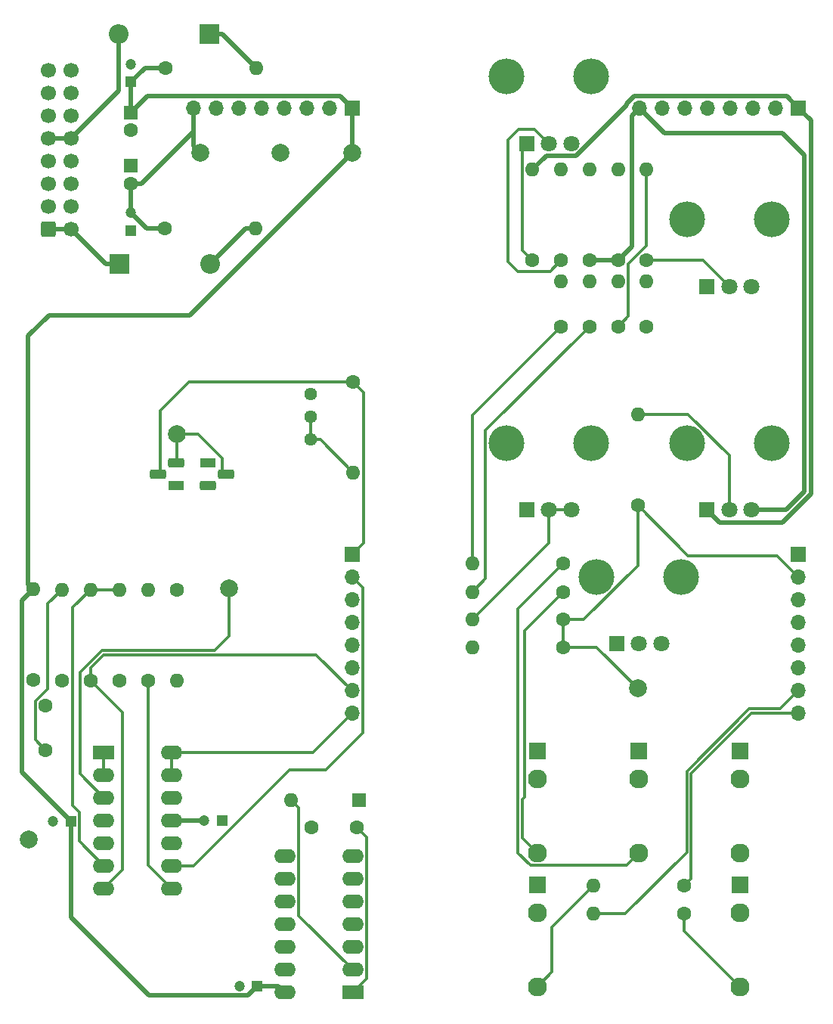
<source format=gtl>
G04 #@! TF.GenerationSoftware,KiCad,Pcbnew,7.0.10*
G04 #@! TF.CreationDate,2024-04-20T15:40:05+02:00*
G04 #@! TF.ProjectId,vixen,76697865-6e2e-46b6-9963-61645f706362,rev?*
G04 #@! TF.SameCoordinates,Original*
G04 #@! TF.FileFunction,Copper,L1,Top*
G04 #@! TF.FilePolarity,Positive*
%FSLAX46Y46*%
G04 Gerber Fmt 4.6, Leading zero omitted, Abs format (unit mm)*
G04 Created by KiCad (PCBNEW 7.0.10) date 2024-04-20 15:40:05*
%MOMM*%
%LPD*%
G01*
G04 APERTURE LIST*
G04 Aperture macros list*
%AMRoundRect*
0 Rectangle with rounded corners*
0 $1 Rounding radius*
0 $2 $3 $4 $5 $6 $7 $8 $9 X,Y pos of 4 corners*
0 Add a 4 corners polygon primitive as box body*
4,1,4,$2,$3,$4,$5,$6,$7,$8,$9,$2,$3,0*
0 Add four circle primitives for the rounded corners*
1,1,$1+$1,$2,$3*
1,1,$1+$1,$4,$5*
1,1,$1+$1,$6,$7*
1,1,$1+$1,$8,$9*
0 Add four rect primitives between the rounded corners*
20,1,$1+$1,$2,$3,$4,$5,0*
20,1,$1+$1,$4,$5,$6,$7,0*
20,1,$1+$1,$6,$7,$8,$9,0*
20,1,$1+$1,$8,$9,$2,$3,0*%
G04 Aperture macros list end*
G04 #@! TA.AperFunction,ComponentPad*
%ADD10C,2.000000*%
G04 #@! TD*
G04 #@! TA.AperFunction,ComponentPad*
%ADD11O,1.700000X1.700000*%
G04 #@! TD*
G04 #@! TA.AperFunction,ComponentPad*
%ADD12R,1.700000X1.700000*%
G04 #@! TD*
G04 #@! TA.AperFunction,ComponentPad*
%ADD13O,2.200000X2.200000*%
G04 #@! TD*
G04 #@! TA.AperFunction,ComponentPad*
%ADD14R,2.200000X2.200000*%
G04 #@! TD*
G04 #@! TA.AperFunction,ComponentPad*
%ADD15O,1.600000X1.600000*%
G04 #@! TD*
G04 #@! TA.AperFunction,ComponentPad*
%ADD16C,1.600000*%
G04 #@! TD*
G04 #@! TA.AperFunction,ComponentPad*
%ADD17RoundRect,0.275000X0.625000X-0.275000X0.625000X0.275000X-0.625000X0.275000X-0.625000X-0.275000X0*%
G04 #@! TD*
G04 #@! TA.AperFunction,ComponentPad*
%ADD18R,1.800000X1.100000*%
G04 #@! TD*
G04 #@! TA.AperFunction,ComponentPad*
%ADD19C,1.800000*%
G04 #@! TD*
G04 #@! TA.AperFunction,ComponentPad*
%ADD20R,1.800000X1.800000*%
G04 #@! TD*
G04 #@! TA.AperFunction,ComponentPad*
%ADD21O,4.000000X4.000000*%
G04 #@! TD*
G04 #@! TA.AperFunction,ComponentPad*
%ADD22C,2.130000*%
G04 #@! TD*
G04 #@! TA.AperFunction,ComponentPad*
%ADD23R,1.930000X1.830000*%
G04 #@! TD*
G04 #@! TA.AperFunction,ComponentPad*
%ADD24RoundRect,0.275000X-0.625000X0.275000X-0.625000X-0.275000X0.625000X-0.275000X0.625000X0.275000X0*%
G04 #@! TD*
G04 #@! TA.AperFunction,ComponentPad*
%ADD25O,2.400000X1.600000*%
G04 #@! TD*
G04 #@! TA.AperFunction,ComponentPad*
%ADD26R,2.400000X1.600000*%
G04 #@! TD*
G04 #@! TA.AperFunction,ComponentPad*
%ADD27R,1.600000X1.600000*%
G04 #@! TD*
G04 #@! TA.AperFunction,ComponentPad*
%ADD28C,1.440000*%
G04 #@! TD*
G04 #@! TA.AperFunction,ComponentPad*
%ADD29C,1.700000*%
G04 #@! TD*
G04 #@! TA.AperFunction,ComponentPad*
%ADD30RoundRect,0.250000X-0.600000X-0.600000X0.600000X-0.600000X0.600000X0.600000X-0.600000X0.600000X0*%
G04 #@! TD*
G04 #@! TA.AperFunction,ComponentPad*
%ADD31C,1.200000*%
G04 #@! TD*
G04 #@! TA.AperFunction,ComponentPad*
%ADD32R,1.200000X1.200000*%
G04 #@! TD*
G04 #@! TA.AperFunction,Conductor*
%ADD33C,0.300000*%
G04 #@! TD*
G04 #@! TA.AperFunction,Conductor*
%ADD34C,0.500000*%
G04 #@! TD*
G04 APERTURE END LIST*
D10*
X31800000Y-121900000D03*
X60000000Y-45000000D03*
D11*
X50220000Y-40000000D03*
X52760000Y-40000000D03*
X55300000Y-40000000D03*
X57840000Y-40000000D03*
X60380000Y-40000000D03*
X62920000Y-40000000D03*
X65460000Y-40000000D03*
D12*
X68000000Y-40000000D03*
D13*
X41840000Y-31750000D03*
D14*
X52000000Y-31750000D03*
D13*
X52080000Y-57500000D03*
D14*
X41920000Y-57500000D03*
D15*
X88200000Y-46920000D03*
D16*
X88200000Y-57080000D03*
D15*
X57250000Y-35500000D03*
D16*
X47090000Y-35500000D03*
D15*
X100000000Y-74340000D03*
D16*
X100000000Y-84500000D03*
D17*
X48340000Y-79710000D03*
X46270000Y-80980000D03*
D18*
X48340000Y-82250000D03*
D15*
X91400000Y-59400000D03*
D16*
X91400000Y-64480000D03*
D19*
X92575000Y-44000000D03*
X90075000Y-44000000D03*
D20*
X87575000Y-44000000D03*
D21*
X94825000Y-36500000D03*
X85325000Y-36500000D03*
D19*
X112750000Y-85000000D03*
X110250000Y-85000000D03*
D20*
X107750000Y-85000000D03*
D21*
X115000000Y-77500000D03*
X105500000Y-77500000D03*
D19*
X102650000Y-100000000D03*
X100150000Y-100000000D03*
D20*
X97650000Y-100000000D03*
D21*
X104900000Y-92500000D03*
X95400000Y-92500000D03*
D11*
X68000000Y-107780000D03*
X68000000Y-105240000D03*
X68000000Y-102700000D03*
X68000000Y-100160000D03*
X68000000Y-97620000D03*
X68000000Y-95080000D03*
X68000000Y-92540000D03*
D12*
X68000000Y-90000000D03*
D15*
X97800000Y-59400000D03*
D16*
X97800000Y-64480000D03*
D22*
X100150000Y-115100000D03*
X100150000Y-123400000D03*
D23*
X100150000Y-112000000D03*
D10*
X51000000Y-45000000D03*
D24*
X51830000Y-82270000D03*
X53900000Y-81000000D03*
D18*
X51830000Y-79730000D03*
D25*
X47820000Y-112125000D03*
X47820000Y-114665000D03*
X47820000Y-117205000D03*
X47820000Y-119745000D03*
X47820000Y-122285000D03*
X47820000Y-124825000D03*
X47820000Y-127365000D03*
X40200000Y-127365000D03*
X40200000Y-124825000D03*
X40200000Y-122285000D03*
X40200000Y-119745000D03*
X40200000Y-117205000D03*
X40200000Y-114665000D03*
D26*
X40200000Y-112125000D03*
D10*
X100000000Y-105000000D03*
D15*
X35500000Y-93920000D03*
D16*
X35500000Y-104080000D03*
D15*
X81500000Y-94200000D03*
D16*
X91660000Y-94200000D03*
D15*
X57160000Y-53500000D03*
D16*
X47000000Y-53500000D03*
D15*
X68150000Y-80850000D03*
D16*
X68150000Y-70690000D03*
X48400000Y-93920000D03*
D15*
X48400000Y-104080000D03*
D10*
X68000000Y-45000000D03*
D15*
X81500000Y-91000000D03*
D16*
X91660000Y-91000000D03*
D15*
X97800000Y-46920000D03*
D16*
X97800000Y-57080000D03*
D15*
X81500000Y-100400000D03*
D16*
X91660000Y-100400000D03*
D15*
X91400000Y-46920000D03*
D16*
X91400000Y-57080000D03*
D19*
X92575000Y-85000000D03*
X90075000Y-85000000D03*
D20*
X87575000Y-85000000D03*
D21*
X94825000Y-77500000D03*
X85325000Y-77500000D03*
D22*
X88750000Y-115100000D03*
X88750000Y-123400000D03*
D23*
X88750000Y-112000000D03*
D15*
X95040000Y-130200000D03*
D16*
X105200000Y-130200000D03*
D15*
X94600000Y-59400000D03*
D16*
X94600000Y-64480000D03*
D15*
X41950000Y-93940000D03*
D16*
X41950000Y-104100000D03*
D15*
X61190000Y-117500000D03*
D27*
X68810000Y-117500000D03*
D15*
X101000000Y-46920000D03*
D16*
X101000000Y-57080000D03*
D15*
X81500000Y-97300000D03*
D16*
X91660000Y-97300000D03*
D10*
X48400000Y-76500000D03*
D16*
X63500000Y-120500000D03*
X68500000Y-120500000D03*
D22*
X111500000Y-130100000D03*
X111500000Y-138400000D03*
D23*
X111500000Y-127000000D03*
D22*
X111500000Y-115100000D03*
X111500000Y-123400000D03*
D23*
X111500000Y-112000000D03*
D15*
X95040000Y-127100000D03*
D16*
X105200000Y-127100000D03*
D15*
X101000000Y-59400000D03*
D16*
X101000000Y-64480000D03*
D15*
X38700000Y-93920000D03*
D16*
X38700000Y-104080000D03*
D19*
X112750000Y-60000000D03*
X110250000Y-60000000D03*
D20*
X107750000Y-60000000D03*
D21*
X115000000Y-52500000D03*
X105500000Y-52500000D03*
D15*
X32300000Y-93900000D03*
D16*
X32300000Y-104060000D03*
D15*
X45200000Y-93940000D03*
D16*
X45200000Y-104100000D03*
D15*
X94600000Y-46920000D03*
D16*
X94600000Y-57080000D03*
D25*
X60480000Y-139025000D03*
X60480000Y-136485000D03*
X60480000Y-133945000D03*
X60480000Y-131405000D03*
X60480000Y-128865000D03*
X60480000Y-126325000D03*
X60480000Y-123785000D03*
X68100000Y-123785000D03*
X68100000Y-126325000D03*
X68100000Y-128865000D03*
X68100000Y-131405000D03*
X68100000Y-133945000D03*
X68100000Y-136485000D03*
D26*
X68100000Y-139025000D03*
D10*
X54200000Y-93800000D03*
D22*
X88750000Y-130100000D03*
X88750000Y-138400000D03*
D23*
X88750000Y-127000000D03*
D16*
X43250000Y-42500000D03*
D27*
X43250000Y-40500000D03*
D28*
X63400000Y-72060000D03*
X63400000Y-74600000D03*
X63400000Y-77140000D03*
D11*
X118000000Y-107780000D03*
X118000000Y-105240000D03*
X118000000Y-102700000D03*
X118000000Y-100160000D03*
X118000000Y-97620000D03*
X118000000Y-95080000D03*
X118000000Y-92540000D03*
D12*
X118000000Y-90000000D03*
D29*
X36500000Y-35800000D03*
X33960000Y-35800000D03*
X36500000Y-38340000D03*
X33960000Y-38340000D03*
X36500000Y-40880000D03*
X33960000Y-40880000D03*
X36500000Y-43420000D03*
X33960000Y-43420000D03*
X36500000Y-45960000D03*
X33960000Y-45960000D03*
X36500000Y-48500000D03*
X33960000Y-48500000D03*
X36500000Y-51040000D03*
X33960000Y-51040000D03*
X36500000Y-53580000D03*
D30*
X33960000Y-53580000D03*
D11*
X100220000Y-40000000D03*
X102760000Y-40000000D03*
X105300000Y-40000000D03*
X107840000Y-40000000D03*
X110380000Y-40000000D03*
X112920000Y-40000000D03*
X115460000Y-40000000D03*
D12*
X118000000Y-40000000D03*
D16*
X33700000Y-111900000D03*
X33700000Y-106900000D03*
X43250000Y-48500000D03*
D27*
X43250000Y-46500000D03*
D31*
X51472600Y-119800000D03*
D32*
X53472600Y-119800000D03*
D31*
X43250000Y-51722600D03*
D32*
X43250000Y-53722600D03*
D31*
X34500000Y-119825000D03*
D32*
X36500000Y-119825000D03*
D31*
X43250000Y-35072600D03*
D32*
X43250000Y-37072600D03*
D31*
X55400000Y-138300000D03*
D32*
X57400000Y-138300000D03*
D33*
X37550000Y-114555000D02*
X37550000Y-103150000D01*
X37550000Y-103150000D02*
X40000000Y-100700000D01*
X52600000Y-100700000D02*
X54200000Y-99100000D01*
X40200000Y-117205000D02*
X37550000Y-114555000D01*
X40000000Y-100700000D02*
X52600000Y-100700000D01*
X54200000Y-99100000D02*
X54200000Y-93800000D01*
X68000000Y-105240000D02*
X63960000Y-101200000D01*
X38700000Y-102707106D02*
X38700000Y-104080000D01*
X63960000Y-101200000D02*
X40207106Y-101200000D01*
X40207106Y-101200000D02*
X38700000Y-102707106D01*
X38700000Y-93920000D02*
X36700000Y-95920000D01*
X36700000Y-118125000D02*
X37450000Y-118875000D01*
X36700000Y-95920000D02*
X36700000Y-118125000D01*
X37450000Y-122075000D02*
X40200000Y-124825000D01*
X37450000Y-118875000D02*
X37450000Y-122075000D01*
X40200000Y-127365000D02*
X42300000Y-125265000D01*
X42300000Y-125265000D02*
X42300000Y-107680000D01*
X42300000Y-107680000D02*
X38700000Y-104080000D01*
X50275000Y-124825000D02*
X61000000Y-114100000D01*
X61000000Y-114100000D02*
X65100000Y-114100000D01*
X65100000Y-114100000D02*
X69200000Y-110000000D01*
X47820000Y-124825000D02*
X50275000Y-124825000D01*
X69200000Y-110000000D02*
X69200000Y-93740000D01*
X69200000Y-93740000D02*
X68000000Y-92540000D01*
X47820000Y-127365000D02*
X45200000Y-124745000D01*
X45200000Y-124745000D02*
X45200000Y-104100000D01*
X47820000Y-112125000D02*
X63655000Y-112125000D01*
X63655000Y-112125000D02*
X68000000Y-107780000D01*
X47820000Y-112125000D02*
X47820000Y-114665000D01*
X38700000Y-93920000D02*
X41930000Y-93920000D01*
X41930000Y-93920000D02*
X41950000Y-93940000D01*
X61190000Y-117500000D02*
X62030000Y-118340000D01*
X62030000Y-118340000D02*
X62030000Y-130415000D01*
X62030000Y-130415000D02*
X68100000Y-136485000D01*
X68500000Y-120500000D02*
X69650000Y-121650000D01*
X69650000Y-121650000D02*
X69650000Y-137475000D01*
X69650000Y-137475000D02*
X68100000Y-139025000D01*
X48400000Y-76500000D02*
X50750000Y-76500000D01*
X50750000Y-76500000D02*
X53500000Y-79250000D01*
X53500000Y-79250000D02*
X53500000Y-81000000D01*
X47940000Y-79710000D02*
X48400000Y-79250000D01*
X48400000Y-79250000D02*
X48400000Y-76500000D01*
X49710000Y-70690000D02*
X46500000Y-73900000D01*
X46500000Y-73900000D02*
X46500000Y-80810000D01*
X68150000Y-70690000D02*
X49710000Y-70690000D01*
X46500000Y-80810000D02*
X46670000Y-80980000D01*
X68150000Y-70690000D02*
X69300000Y-71840000D01*
X69300000Y-71840000D02*
X69300000Y-88700000D01*
X69300000Y-88700000D02*
X68000000Y-90000000D01*
X63400000Y-74600000D02*
X63400000Y-77140000D01*
X63400000Y-77140000D02*
X64440000Y-77140000D01*
X64440000Y-77140000D02*
X68150000Y-80850000D01*
D34*
X36500000Y-119825000D02*
X36500000Y-130600000D01*
X36500000Y-130600000D02*
X45250000Y-139350000D01*
X45250000Y-139350000D02*
X56350000Y-139350000D01*
X56350000Y-139350000D02*
X57400000Y-138300000D01*
X57400000Y-138300000D02*
X59755000Y-138300000D01*
X59755000Y-138300000D02*
X60480000Y-139025000D01*
X49800000Y-63200000D02*
X34100000Y-63200000D01*
X68000000Y-45000000D02*
X49800000Y-63200000D01*
X34100000Y-63200000D02*
X31750000Y-65550000D01*
X31750000Y-93350000D02*
X32300000Y-93900000D01*
X31750000Y-65550000D02*
X31750000Y-93350000D01*
X36500000Y-119825000D02*
X31050000Y-114375000D01*
X31050000Y-114375000D02*
X31050000Y-95150000D01*
X31050000Y-95150000D02*
X32300000Y-93900000D01*
D33*
X33700000Y-111900000D02*
X32550000Y-110750000D01*
X33900000Y-105073654D02*
X33900000Y-95520000D01*
X32550000Y-110750000D02*
X32550000Y-106423654D01*
X32550000Y-106423654D02*
X33900000Y-105073654D01*
X33900000Y-95520000D02*
X35500000Y-93920000D01*
X40200000Y-112125000D02*
X40200000Y-114665000D01*
D34*
X51472600Y-119800000D02*
X47875000Y-119800000D01*
X47875000Y-119800000D02*
X47820000Y-119745000D01*
X68000000Y-45000000D02*
X68000000Y-40000000D01*
X50220000Y-40000000D02*
X50220000Y-44220000D01*
X50220000Y-44220000D02*
X51000000Y-45000000D01*
X43250000Y-48500000D02*
X44381370Y-48500000D01*
X44381370Y-48500000D02*
X50220000Y-42661370D01*
X50220000Y-42661370D02*
X50220000Y-40000000D01*
X43250000Y-51722600D02*
X43250000Y-48500000D01*
X47000000Y-53500000D02*
X45027400Y-53500000D01*
X45027400Y-53500000D02*
X43250000Y-51722600D01*
X52080000Y-57500000D02*
X56080000Y-53500000D01*
X56080000Y-53500000D02*
X57160000Y-53500000D01*
X36500000Y-53580000D02*
X33960000Y-53580000D01*
X41920000Y-57500000D02*
X40420000Y-57500000D01*
X40420000Y-57500000D02*
X36500000Y-53580000D01*
X43250000Y-40500000D02*
X45050000Y-38700000D01*
X45050000Y-38700000D02*
X66700000Y-38700000D01*
X66700000Y-38700000D02*
X68000000Y-40000000D01*
X43250000Y-37072600D02*
X43250000Y-40500000D01*
X47090000Y-35500000D02*
X44822600Y-35500000D01*
X44822600Y-35500000D02*
X43250000Y-37072600D01*
X52000000Y-31750000D02*
X53500000Y-31750000D01*
X53500000Y-31750000D02*
X57250000Y-35500000D01*
X41840000Y-38080000D02*
X41840000Y-31750000D01*
X36500000Y-43420000D02*
X41840000Y-38080000D01*
X33960000Y-43420000D02*
X36500000Y-43420000D01*
X93134189Y-45350000D02*
X98800000Y-39684189D01*
X119400000Y-83200000D02*
X116200000Y-86400000D01*
X88200000Y-46920000D02*
X89770000Y-45350000D01*
X116700000Y-38700000D02*
X118000000Y-40000000D01*
X99600000Y-38700000D02*
X116700000Y-38700000D01*
X118000000Y-40000000D02*
X119400000Y-41400000D01*
X119400000Y-41400000D02*
X119400000Y-83200000D01*
X98800000Y-39500000D02*
X99600000Y-38700000D01*
X116200000Y-86400000D02*
X109150000Y-86400000D01*
X98800000Y-39684189D02*
X98800000Y-39500000D01*
X109150000Y-86400000D02*
X107750000Y-85000000D01*
X89770000Y-45350000D02*
X93134189Y-45350000D01*
X94600000Y-57080000D02*
X97800000Y-57080000D01*
X116610050Y-85000000D02*
X112750000Y-85000000D01*
X99370000Y-55510000D02*
X97800000Y-57080000D01*
X116200000Y-42800000D02*
X118700000Y-45300000D01*
X103020000Y-42800000D02*
X116200000Y-42800000D01*
X118700000Y-45300000D02*
X118700000Y-82910050D01*
X118700000Y-82910050D02*
X116610050Y-85000000D01*
X100220000Y-40000000D02*
X103020000Y-42800000D01*
X99370000Y-40850000D02*
X99370000Y-55510000D01*
X100220000Y-40000000D02*
X99370000Y-40850000D01*
D33*
X91660000Y-97300000D02*
X91660000Y-100400000D01*
X118000000Y-92540000D02*
X115610000Y-90150000D01*
X91660000Y-100400000D02*
X95400000Y-100400000D01*
X105650000Y-90150000D02*
X100000000Y-84500000D01*
X91660000Y-97300000D02*
X93923402Y-97300000D01*
X100000000Y-91223402D02*
X100000000Y-84500000D01*
X93923402Y-97300000D02*
X100000000Y-91223402D01*
X115610000Y-90150000D02*
X105650000Y-90150000D01*
X95400000Y-100400000D02*
X100000000Y-105000000D01*
X105499999Y-123300001D02*
X105499999Y-114292895D01*
X95040000Y-130200000D02*
X98600000Y-130200000D01*
X112512894Y-107280000D02*
X115960000Y-107280000D01*
X115960000Y-107280000D02*
X118000000Y-105240000D01*
X98600000Y-130200000D02*
X105499999Y-123300001D01*
X105499999Y-114292895D02*
X112512894Y-107280000D01*
X105999999Y-126300001D02*
X105999999Y-114500001D01*
X105999999Y-114500001D02*
X112720000Y-107780000D01*
X112720000Y-107780000D02*
X118000000Y-107780000D01*
X105200000Y-127100000D02*
X105999999Y-126300001D01*
X87335000Y-117135000D02*
X87095308Y-117374692D01*
X91660000Y-94200000D02*
X87335000Y-98525000D01*
X87335000Y-98525000D02*
X87335000Y-117135000D01*
X87095308Y-121745308D02*
X88750000Y-123400000D01*
X87095308Y-117374692D02*
X87095308Y-121745308D01*
X91660000Y-91000000D02*
X86595308Y-96064692D01*
X98735000Y-124815000D02*
X100150000Y-123400000D01*
X86595308Y-123395308D02*
X88015000Y-124815000D01*
X88015000Y-124815000D02*
X98735000Y-124815000D01*
X86595308Y-96064692D02*
X86595308Y-123395308D01*
X90405141Y-136744859D02*
X88750000Y-138400000D01*
X90405141Y-131734859D02*
X90405141Y-136744859D01*
X95040000Y-127100000D02*
X90405141Y-131734859D01*
X105200000Y-130200000D02*
X105200000Y-132100000D01*
X105200000Y-132100000D02*
X111500000Y-138400000D01*
X100000000Y-74340000D02*
X105663402Y-74340000D01*
X110250000Y-78926598D02*
X110250000Y-85000000D01*
X105663402Y-74340000D02*
X110250000Y-78926598D01*
X81500000Y-97300000D02*
X90075000Y-88725000D01*
X92575000Y-85000000D02*
X90075000Y-85000000D01*
X90075000Y-88725000D02*
X90075000Y-85000000D01*
X98950000Y-57503654D02*
X98950000Y-63330000D01*
X98950000Y-63330000D02*
X97800000Y-64480000D01*
X101000000Y-55453654D02*
X98950000Y-57503654D01*
X101000000Y-46920000D02*
X101000000Y-55453654D01*
X82975000Y-76105000D02*
X94600000Y-64480000D01*
X82975000Y-92725000D02*
X82975000Y-76105000D01*
X81500000Y-94200000D02*
X82975000Y-92725000D01*
X81500000Y-74380000D02*
X91400000Y-64480000D01*
X81500000Y-91000000D02*
X81500000Y-74380000D01*
X85500000Y-43600000D02*
X85500000Y-57200000D01*
X90075000Y-44000000D02*
X88475000Y-42400000D01*
X86600000Y-58300000D02*
X90180000Y-58300000D01*
X90180000Y-58300000D02*
X91400000Y-57080000D01*
X86700000Y-42400000D02*
X85500000Y-43600000D01*
X85500000Y-57200000D02*
X86600000Y-58300000D01*
X88475000Y-42400000D02*
X86700000Y-42400000D01*
X87050000Y-44525000D02*
X87050000Y-55930000D01*
X87050000Y-55930000D02*
X88200000Y-57080000D01*
X87575000Y-44000000D02*
X87050000Y-44525000D01*
X101000000Y-57080000D02*
X107330000Y-57080000D01*
X107330000Y-57080000D02*
X110250000Y-60000000D01*
M02*

</source>
